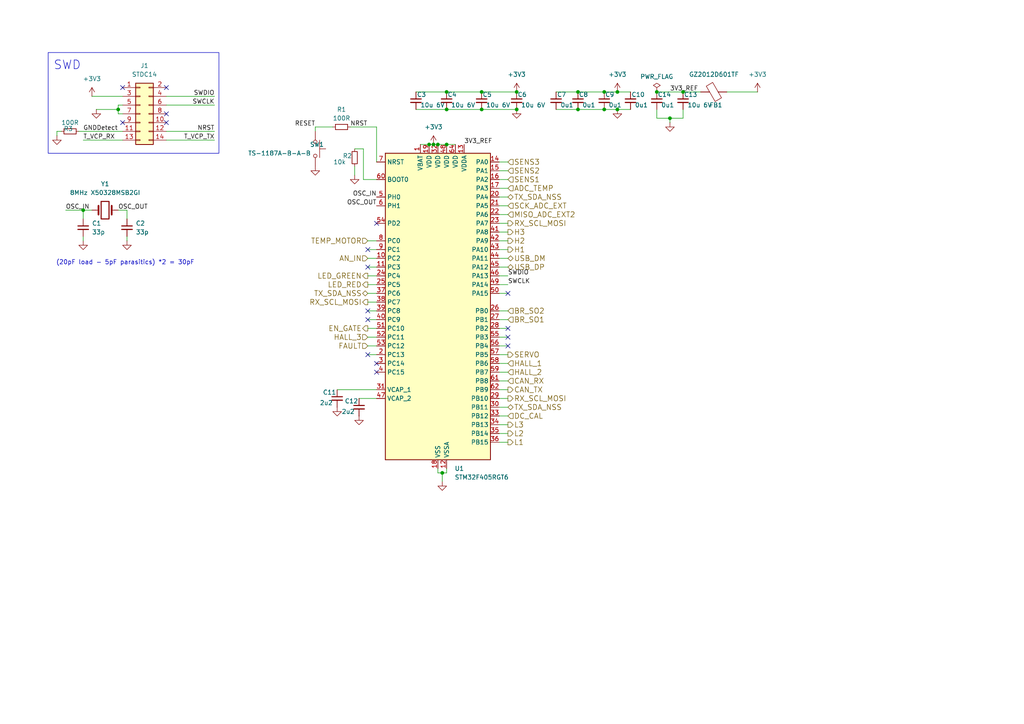
<source format=kicad_sch>
(kicad_sch (version 20231120) (generator "eeschema") (generator_version "8.0")
  (paper "A4")
  (lib_symbols
    (symbol "Connector_Generic:Conn_02x07_Odd_Even" (pin_names (offset 1.016) hide)
      (property "Reference" "J" (at 1.27 10.16 0))
      (property "Value" "Conn_02x07_Odd_Even" (at 1.27 -10.16 0))
      (symbol "Conn_02x07_Odd_Even_1_1"
        (rectangle (start -1.27 -7.493) (end 0 -7.747) (stroke (width 0.1524)))
        (rectangle (start -1.27 -4.953) (end 0 -5.207) (stroke (width 0.1524)))
        (rectangle (start -1.27 -2.413) (end 0 -2.667) (stroke (width 0.1524)))
        (rectangle (start -1.27 0.127) (end 0 -0.127) (stroke (width 0.1524)))
        (rectangle (start -1.27 2.667) (end 0 2.413) (stroke (width 0.1524)))
        (rectangle (start -1.27 5.207) (end 0 4.953) (stroke (width 0.1524)))
        (rectangle (start -1.27 7.747) (end 0 7.493) (stroke (width 0.1524)))
        (rectangle (start -1.27 8.89) (end 3.81 -8.89) (stroke (width 0.254)) (fill (type background)))
        (rectangle (start 3.81 -7.493) (end 2.54 -7.747) (stroke (width 0.1524)))
        (rectangle (start 3.81 -4.953) (end 2.54 -5.207) (stroke (width 0.1524)))
        (rectangle (start 3.81 -2.413) (end 2.54 -2.667) (stroke (width 0.1524)))
        (rectangle (start 3.81 0.127) (end 2.54 -0.127) (stroke (width 0.1524)))
        (rectangle (start 3.81 2.667) (end 2.54 2.413) (stroke (width 0.1524)))
        (rectangle (start 3.81 5.207) (end 2.54 4.953) (stroke (width 0.1524)))
        (rectangle (start 3.81 7.747) (end 2.54 7.493) (stroke (width 0.1524)))
        (pin passive line (at -5.08 7.62 0) (length 3.81) (name "Pin_1") (number "1"))
        (pin passive line (at 7.62 -2.54 180) (length 3.81) (name "Pin_10") (number "10"))
        (pin passive line (at -5.08 -5.08 0) (length 3.81) (name "Pin_11") (number "11"))
        (pin passive line (at 7.62 -5.08 180) (length 3.81) (name "Pin_12") (number "12"))
        (pin passive line (at -5.08 -7.62 0) (length 3.81) (name "Pin_13") (number "13"))
        (pin passive line (at 7.62 -7.62 180) (length 3.81) (name "Pin_14") (number "14"))
        (pin passive line (at 7.62 7.62 180) (length 3.81) (name "Pin_2") (number "2"))
        (pin passive line (at -5.08 5.08 0) (length 3.81) (name "Pin_3") (number "3"))
        (pin passive line (at 7.62 5.08 180) (length 3.81) (name "Pin_4") (number "4"))
        (pin passive line (at -5.08 2.54 0) (length 3.81) (name "Pin_5") (number "5"))
        (pin passive line (at 7.62 2.54 180) (length 3.81) (name "Pin_6") (number "6"))
        (pin passive line (at -5.08 0 0) (length 3.81) (name "Pin_7") (number "7"))
        (pin passive line (at 7.62 0 180) (length 3.81) (name "Pin_8") (number "8"))
        (pin passive line (at -5.08 -2.54 0) (length 3.81) (name "Pin_9") (number "9"))
      )
    )
    (symbol "Device:C_Small" (pin_numbers hide) (pin_names (offset 0.254) hide)
      (property "Reference" "C" (at 0.254 1.778 0))
      (property "Value" "C_Small" (at 0.254 -2.032 0))
      (symbol "C_Small_0_1"
        (polyline (pts (xy -1.524 -0.508) (xy 1.524 -0.508)) (stroke (width 0.3302)))
        (polyline (pts (xy -1.524 0.508) (xy 1.524 0.508)) (stroke (width 0.3048)))
      )
      (symbol "C_Small_1_1"
        (pin passive line (at 0 2.54 270) (length 2.032) (name "~") (number "1"))
        (pin passive line (at 0 -2.54 90) (length 2.032) (name "~") (number "2"))
      )
    )
    (symbol "Device:Crystal" (pin_numbers hide) (pin_names (offset 1.016) hide)
      (property "Reference" "Y" (at 0 3.81 0))
      (property "Value" "Crystal" (at 0 -3.81 0))
      (symbol "Crystal_0_1"
        (rectangle (start -1.143 2.54) (end 1.143 -2.54) (stroke (width 0.3048)))
        (polyline (pts (xy -2.54 0) (xy -1.905 0)))
        (polyline (pts (xy -1.905 -1.27) (xy -1.905 1.27)) (stroke (width 0.508)))
        (polyline (pts (xy 1.905 -1.27) (xy 1.905 1.27)) (stroke (width 0.508)))
        (polyline (pts (xy 2.54 0) (xy 1.905 0)))
      )
      (symbol "Crystal_1_1"
        (pin passive line (at -3.81 0 0) (length 1.27) (name "1") (number "1"))
        (pin passive line (at 3.81 0 180) (length 1.27) (name "2") (number "2"))
      )
    )
    (symbol "Device:FerriteBead" (pin_numbers hide) (pin_names (offset 0))
      (property "Reference" "FB" (at -3.81 0.635 90))
      (property "Value" "FerriteBead" (at 3.81 0 90))
      (symbol "FerriteBead_0_1"
        (polyline (pts (xy 0 -1.27) (xy 0 -1.2192)))
        (polyline (pts (xy 0 1.27) (xy 0 1.2954)))
        (polyline (pts (xy -2.7686 0.4064) (xy -1.7018 2.2606) (xy 2.7686 -0.3048) (xy 1.6764 -2.159) (xy -2.7686 0.4064)))
      )
      (symbol "FerriteBead_1_1"
        (pin passive line (at 0 3.81 270) (length 2.54) (name "~") (number "1"))
        (pin passive line (at 0 -3.81 90) (length 2.54) (name "~") (number "2"))
      )
    )
    (symbol "Device:R_Small" (pin_numbers hide) (pin_names (offset 0.254) hide)
      (property "Reference" "R" (at 0.762 0.508 0))
      (property "Value" "R_Small" (at 0.762 -1.016 0))
      (symbol "R_Small_0_1"
        (rectangle (start -0.762 1.778) (end 0.762 -1.778) (stroke (width 0.2032)))
      )
      (symbol "R_Small_1_1"
        (pin passive line (at 0 2.54 270) (length 0.762) (name "~") (number "1"))
        (pin passive line (at 0 -2.54 90) (length 0.762) (name "~") (number "2"))
      )
    )
    (symbol "MCU_ST_STM32F4:STM32F405RGTx"
      (property "Reference" "U" (at -15.24 46.99 0))
      (property "Value" "STM32F405RGTx" (at 10.16 46.99 0))
      (symbol "STM32F405RGTx_0_1"
        (rectangle (start -15.24 -43.18) (end 15.24 45.72) (stroke (width 0.254)) (fill (type background)))
      )
      (symbol "STM32F405RGTx_1_1"
        (pin power_in line (at -5.08 48.26 270) (length 2.54) (name "VBAT") (number "1"))
        (pin bidirectional line (at -17.78 15.24 0) (length 2.54) (name "PC2") (number "10"))
        (pin bidirectional line (at -17.78 12.7 0) (length 2.54) (name "PC3") (number "11"))
        (pin power_in line (at 2.54 -45.72 90) (length 2.54) (name "VSSA") (number "12"))
        (pin power_in line (at 7.62 48.26 270) (length 2.54) (name "VDDA") (number "13"))
        (pin bidirectional line (at 17.78 43.18 180) (length 2.54) (name "PA0") (number "14"))
        (pin bidirectional line (at 17.78 40.64 180) (length 2.54) (name "PA1") (number "15"))
        (pin bidirectional line (at 17.78 38.1 180) (length 2.54) (name "PA2") (number "16"))
        (pin bidirectional line (at 17.78 35.56 180) (length 2.54) (name "PA3") (number "17"))
        (pin power_in line (at 0 -45.72 90) (length 2.54) (name "VSS") (number "18"))
        (pin power_in line (at -2.54 48.26 270) (length 2.54) (name "VDD") (number "19"))
        (pin bidirectional line (at -17.78 -12.7 0) (length 2.54) (name "PC13") (number "2"))
        (pin bidirectional line (at 17.78 33.02 180) (length 2.54) (name "PA4") (number "20"))
        (pin bidirectional line (at 17.78 30.48 180) (length 2.54) (name "PA5") (number "21"))
        (pin bidirectional line (at 17.78 27.94 180) (length 2.54) (name "PA6") (number "22"))
        (pin bidirectional line (at 17.78 25.4 180) (length 2.54) (name "PA7") (number "23"))
        (pin bidirectional line (at -17.78 10.16 0) (length 2.54) (name "PC4") (number "24"))
        (pin bidirectional line (at -17.78 7.62 0) (length 2.54) (name "PC5") (number "25"))
        (pin bidirectional line (at 17.78 0 180) (length 2.54) (name "PB0") (number "26"))
        (pin bidirectional line (at 17.78 -2.54 180) (length 2.54) (name "PB1") (number "27"))
        (pin bidirectional line (at 17.78 -5.08 180) (length 2.54) (name "PB2") (number "28"))
        (pin bidirectional line (at 17.78 -25.4 180) (length 2.54) (name "PB10") (number "29"))
        (pin bidirectional line (at -17.78 -15.24 0) (length 2.54) (name "PC14") (number "3"))
        (pin bidirectional line (at 17.78 -27.94 180) (length 2.54) (name "PB11") (number "30"))
        (pin power_out line (at -17.78 -22.86 0) (length 2.54) (name "VCAP_1") (number "31"))
        (pin power_in line (at 0 48.26 270) (length 2.54) (name "VDD") (number "32"))
        (pin bidirectional line (at 17.78 -30.48 180) (length 2.54) (name "PB12") (number "33"))
        (pin bidirectional line (at 17.78 -33.02 180) (length 2.54) (name "PB13") (number "34"))
        (pin bidirectional line (at 17.78 -35.56 180) (length 2.54) (name "PB14") (number "35"))
        (pin bidirectional line (at 17.78 -38.1 180) (length 2.54) (name "PB15") (number "36"))
        (pin bidirectional line (at -17.78 5.08 0) (length 2.54) (name "PC6") (number "37"))
        (pin bidirectional line (at -17.78 2.54 0) (length 2.54) (name "PC7") (number "38"))
        (pin bidirectional line (at -17.78 0 0) (length 2.54) (name "PC8") (number "39"))
        (pin bidirectional line (at -17.78 -17.78 0) (length 2.54) (name "PC15") (number "4"))
        (pin bidirectional line (at -17.78 -2.54 0) (length 2.54) (name "PC9") (number "40"))
        (pin bidirectional line (at 17.78 22.86 180) (length 2.54) (name "PA8") (number "41"))
        (pin bidirectional line (at 17.78 20.32 180) (length 2.54) (name "PA9") (number "42"))
        (pin bidirectional line (at 17.78 17.78 180) (length 2.54) (name "PA10") (number "43"))
        (pin bidirectional line (at 17.78 15.24 180) (length 2.54) (name "PA11") (number "44"))
        (pin bidirectional line (at 17.78 12.7 180) (length 2.54) (name "PA12") (number "45"))
        (pin bidirectional line (at 17.78 10.16 180) (length 2.54) (name "PA13") (number "46"))
        (pin power_out line (at -17.78 -25.4 0) (length 2.54) (name "VCAP_2") (number "47"))
        (pin power_in line (at 2.54 48.26 270) (length 2.54) (name "VDD") (number "48"))
        (pin bidirectional line (at 17.78 7.62 180) (length 2.54) (name "PA14") (number "49"))
        (pin bidirectional line (at -17.78 33.02 0) (length 2.54) (name "PH0") (number "5"))
        (pin bidirectional line (at 17.78 5.08 180) (length 2.54) (name "PA15") (number "50"))
        (pin bidirectional line (at -17.78 -5.08 0) (length 2.54) (name "PC10") (number "51"))
        (pin bidirectional line (at -17.78 -7.62 0) (length 2.54) (name "PC11") (number "52"))
        (pin bidirectional line (at -17.78 -10.16 0) (length 2.54) (name "PC12") (number "53"))
        (pin bidirectional line (at -17.78 25.4 0) (length 2.54) (name "PD2") (number "54"))
        (pin bidirectional line (at 17.78 -7.62 180) (length 2.54) (name "PB3") (number "55"))
        (pin bidirectional line (at 17.78 -10.16 180) (length 2.54) (name "PB4") (number "56"))
        (pin bidirectional line (at 17.78 -12.7 180) (length 2.54) (name "PB5") (number "57"))
        (pin bidirectional line (at 17.78 -15.24 180) (length 2.54) (name "PB6") (number "58"))
        (pin bidirectional line (at 17.78 -17.78 180) (length 2.54) (name "PB7") (number "59"))
        (pin bidirectional line (at -17.78 30.48 0) (length 2.54) (name "PH1") (number "6"))
        (pin input line (at -17.78 38.1 0) (length 2.54) (name "BOOT0") (number "60"))
        (pin bidirectional line (at 17.78 -20.32 180) (length 2.54) (name "PB8") (number "61"))
        (pin bidirectional line (at 17.78 -22.86 180) (length 2.54) (name "PB9") (number "62"))
        (pin passive line (at 0 -45.72 90) (length 2.54) hide (name "VSS") (number "63"))
        (pin power_in line (at 5.08 48.26 270) (length 2.54) (name "VDD") (number "64"))
        (pin input line (at -17.78 43.18 0) (length 2.54) (name "NRST") (number "7"))
        (pin bidirectional line (at -17.78 20.32 0) (length 2.54) (name "PC0") (number "8"))
        (pin bidirectional line (at -17.78 17.78 0) (length 2.54) (name "PC1") (number "9"))
      )
    )
    (symbol "Switch:SW_Push" (pin_numbers hide) (pin_names (offset 1.016) hide)
      (property "Reference" "SW" (at 1.27 2.54 0))
      (property "Value" "SW_Push" (at 0 -1.524 0))
      (symbol "SW_Push_0_1"
        (circle (center -2.032 0) (radius 0.508))
        (polyline (pts (xy 0 1.27) (xy 0 3.048)))
        (polyline (pts (xy 2.54 1.27) (xy -2.54 1.27)))
        (circle (center 2.032 0) (radius 0.508))
        (pin passive line (at -5.08 0 0) (length 2.54) (name "1") (number "1"))
        (pin passive line (at 5.08 0 180) (length 2.54) (name "2") (number "2"))
      )
    )
    (symbol "power:+3V3" (power) (pin_numbers hide) (pin_names (offset 0) hide)
      (property "Value" "+3V3" (at 0 3.556 0))
      (symbol "+3V3_0_1"
        (polyline (pts (xy -0.762 1.27) (xy 0 2.54)))
        (polyline (pts (xy 0 0) (xy 0 2.54)))
        (polyline (pts (xy 0 2.54) (xy 0.762 1.27)))
      )
      (symbol "+3V3_1_1"
        (pin power_in line (at 0 0 90) (length 0) (name "~") (number "1"))
      )
    )
    (symbol "power:GND" (power) (pin_numbers hide) (pin_names (offset 0) hide)
      (property "Value" "GND" (at 0 -3.81 0))
      (symbol "GND_0_1"
        (polyline (pts (xy 0 0) (xy 0 -1.27) (xy 1.27 -1.27) (xy 0 -2.54) (xy -1.27 -1.27) (xy 0 -1.27)))
      )
      (symbol "GND_1_1"
        (pin power_in line (at 0 0 270) (length 0) (name "~") (number "1"))
      )
    )
    (symbol "power:PWR_FLAG" (power) (pin_numbers hide) (pin_names (offset 0) hide)
      (property "Value" "PWR_FLAG" (at 0 3.81 0))
      (symbol "PWR_FLAG_0_0"
        (pin power_out line (at 0 0 90) (length 0) (name "~") (number "1"))
      )
      (symbol "PWR_FLAG_0_1"
        (polyline (pts (xy 0 0) (xy 0 1.27) (xy -1.016 1.905) (xy 0 2.54) (xy 1.016 1.905) (xy 0 1.27)))
      )
    )
  )
  (junction (at 167.64 31.75))
  (junction (at 139.7 31.75))
  (junction (at 149.86 26.67))
  (junction (at 139.7 26.67))
  (junction (at 149.86 31.75))
  (junction (at 34.29 31.75))
  (junction (at 190.5 26.67))
  (junction (at 194.31 34.29))
  (junction (at 175.26 26.67))
  (junction (at 179.07 31.75))
  (junction (at 128.27 137.16))
  (junction (at 198.12 26.67))
  (junction (at 124.46 41.91))
  (junction (at 179.07 26.67))
  (junction (at 125.73 41.91))
  (junction (at 129.54 26.67))
  (junction (at 175.26 31.75))
  (junction (at 127 41.91))
  (junction (at 167.64 26.67))
  (junction (at 129.54 41.91))
  (junction (at 24.13 60.96))
  (junction (at 129.54 31.75))
  (no_connect (at 35.56 35.56))
  (no_connect (at 147.32 85.09))
  (no_connect (at 106.68 92.71))
  (no_connect (at 48.26 35.56))
  (no_connect (at 35.56 25.4))
  (no_connect (at 109.22 64.77))
  (no_connect (at 147.32 97.79))
  (no_connect (at 48.26 33.02))
  (no_connect (at 106.68 102.87))
  (no_connect (at 147.32 100.33))
  (no_connect (at 109.22 107.95))
  (no_connect (at 106.68 72.39))
  (no_connect (at 48.26 25.4))
  (no_connect (at 106.68 77.47))
  (no_connect (at 106.68 90.17))
  (no_connect (at 109.22 105.41))
  (no_connect (at 147.32 95.25))
  (wire (pts (xy 167.64 31.75) (xy 175.26 31.75)))
  (wire (pts (xy 147.32 90.17) (xy 144.78 90.17)))
  (wire (pts (xy 35.56 30.48) (xy 34.29 30.48)))
  (wire (pts (xy 106.68 77.47) (xy 109.22 77.47)))
  (wire (pts (xy 147.32 115.57) (xy 144.78 115.57)))
  (wire (pts (xy 128.27 137.16) (xy 127 137.16)))
  (wire (pts (xy 147.32 85.09) (xy 144.78 85.09)))
  (wire (pts (xy 139.7 26.67) (xy 149.86 26.67)))
  (wire (pts (xy 106.68 69.85) (xy 109.22 69.85)))
  (wire (pts (xy 190.5 34.29) (xy 190.5 31.75)))
  (wire (pts (xy 121.92 41.91) (xy 124.46 41.91)))
  (wire (pts (xy 91.44 36.83) (xy 91.44 38.1)))
  (wire (pts (xy 147.32 49.53) (xy 144.78 49.53)))
  (wire (pts (xy 124.46 41.91) (xy 125.73 41.91)))
  (wire (pts (xy 175.26 26.67) (xy 179.07 26.67)))
  (wire (pts (xy 106.68 95.25) (xy 109.22 95.25)))
  (wire (pts (xy 175.26 31.75) (xy 179.07 31.75)))
  (wire (pts (xy 161.29 26.67) (xy 167.64 26.67)))
  (wire (pts (xy 48.26 38.1) (xy 62.23 38.1)))
  (wire (pts (xy 147.32 107.95) (xy 144.78 107.95)))
  (wire (pts (xy 24.13 60.96) (xy 26.67 60.96)))
  (wire (pts (xy 147.32 77.47) (xy 144.78 77.47)))
  (wire (pts (xy 34.29 30.48) (xy 34.29 31.75)))
  (wire (pts (xy 106.68 97.79) (xy 109.22 97.79)))
  (wire (pts (xy 19.05 60.96) (xy 24.13 60.96)))
  (wire (pts (xy 36.83 68.58) (xy 36.83 69.85)))
  (wire (pts (xy 106.68 92.71) (xy 109.22 92.71)))
  (wire (pts (xy 106.68 82.55) (xy 109.22 82.55)))
  (wire (pts (xy 147.32 62.23) (xy 144.78 62.23)))
  (wire (pts (xy 167.64 26.67) (xy 175.26 26.67)))
  (wire (pts (xy 129.54 26.67) (xy 139.7 26.67)))
  (wire (pts (xy 24.13 40.64) (xy 35.56 40.64)))
  (wire (pts (xy 147.32 95.25) (xy 144.78 95.25)))
  (wire (pts (xy 36.83 63.5) (xy 36.83 60.96)))
  (wire (pts (xy 147.32 100.33) (xy 144.78 100.33)))
  (wire (pts (xy 147.32 80.01) (xy 144.78 80.01)))
  (wire (pts (xy 147.32 110.49) (xy 144.78 110.49)))
  (wire (pts (xy 219.71 26.67) (xy 210.82 26.67)))
  (wire (pts (xy 129.54 137.16) (xy 129.54 135.89)))
  (wire (pts (xy 179.07 31.75) (xy 182.88 31.75)))
  (wire (pts (xy 147.32 82.55) (xy 144.78 82.55)))
  (wire (pts (xy 22.86 38.1) (xy 35.56 38.1)))
  (wire (pts (xy 127 41.91) (xy 129.54 41.91)))
  (wire (pts (xy 24.13 60.96) (xy 24.13 63.5)))
  (wire (pts (xy 139.7 31.75) (xy 149.86 31.75)))
  (wire (pts (xy 147.32 128.27) (xy 144.78 128.27)))
  (wire (pts (xy 147.32 69.85) (xy 144.78 69.85)))
  (wire (pts (xy 34.29 33.02) (xy 35.56 33.02)))
  (wire (pts (xy 147.32 67.31) (xy 144.78 67.31)))
  (wire (pts (xy 147.32 123.19) (xy 144.78 123.19)))
  (wire (pts (xy 106.68 80.01) (xy 109.22 80.01)))
  (wire (pts (xy 106.68 102.87) (xy 109.22 102.87)))
  (wire (pts (xy 147.32 92.71) (xy 144.78 92.71)))
  (wire (pts (xy 48.26 40.64) (xy 62.23 40.64)))
  (wire (pts (xy 24.13 68.58) (xy 24.13 69.85)))
  (wire (pts (xy 34.29 60.96) (xy 36.83 60.96)))
  (wire (pts (xy 106.68 87.63) (xy 109.22 87.63)))
  (wire (pts (xy 161.29 31.75) (xy 167.64 31.75)))
  (wire (pts (xy 147.32 54.61) (xy 144.78 54.61)))
  (wire (pts (xy 48.26 30.48) (xy 62.23 30.48)))
  (wire (pts (xy 190.5 26.67) (xy 198.12 26.67)))
  (wire (pts (xy 17.78 38.1) (xy 16.51 38.1)))
  (wire (pts (xy 106.68 85.09) (xy 109.22 85.09)))
  (wire (pts (xy 147.32 57.15) (xy 144.78 57.15)))
  (wire (pts (xy 106.68 100.33) (xy 109.22 100.33)))
  (wire (pts (xy 106.68 74.93) (xy 109.22 74.93)))
  (wire (pts (xy 198.12 34.29) (xy 198.12 31.75)))
  (wire (pts (xy 48.26 27.94) (xy 62.23 27.94)))
  (wire (pts (xy 128.27 137.16) (xy 128.27 139.7)))
  (wire (pts (xy 194.31 35.56) (xy 194.31 34.29)))
  (wire (pts (xy 129.54 31.75) (xy 139.7 31.75)))
  (wire (pts (xy 179.07 26.67) (xy 182.88 26.67)))
  (wire (pts (xy 120.65 26.67) (xy 129.54 26.67)))
  (wire (pts (xy 109.22 46.99) (xy 109.22 36.83)))
  (wire (pts (xy 194.31 34.29) (xy 198.12 34.29)))
  (wire (pts (xy 109.22 113.03) (xy 97.79 113.03)))
  (wire (pts (xy 147.32 59.69) (xy 144.78 59.69)))
  (wire (pts (xy 34.29 31.75) (xy 27.94 31.75)))
  (wire (pts (xy 106.68 90.17) (xy 109.22 90.17)))
  (wire (pts (xy 106.68 72.39) (xy 109.22 72.39)))
  (wire (pts (xy 128.27 137.16) (xy 129.54 137.16)))
  (wire (pts (xy 147.32 113.03) (xy 144.78 113.03)))
  (wire (pts (xy 104.14 115.57) (xy 109.22 115.57)))
  (wire (pts (xy 105.41 52.07) (xy 109.22 52.07)))
  (wire (pts (xy 147.32 97.79) (xy 144.78 97.79)))
  (wire (pts (xy 147.32 72.39) (xy 144.78 72.39)))
  (wire (pts (xy 125.73 41.91) (xy 127 41.91)))
  (wire (pts (xy 147.32 118.11) (xy 144.78 118.11)))
  (wire (pts (xy 120.65 31.75) (xy 129.54 31.75)))
  (wire (pts (xy 194.31 34.29) (xy 190.5 34.29)))
  (wire (pts (xy 129.54 41.91) (xy 132.08 41.91)))
  (wire (pts (xy 147.32 74.93) (xy 144.78 74.93)))
  (wire (pts (xy 147.32 64.77) (xy 144.78 64.77)))
  (wire (pts (xy 16.51 38.1) (xy 16.51 39.37)))
  (wire (pts (xy 102.87 43.18) (xy 105.41 43.18)))
  (wire (pts (xy 147.32 125.73) (xy 144.78 125.73)))
  (wire (pts (xy 105.41 43.18) (xy 105.41 52.07)))
  (wire (pts (xy 147.32 102.87) (xy 144.78 102.87)))
  (wire (pts (xy 96.52 36.83) (xy 91.44 36.83)))
  (wire (pts (xy 147.32 120.65) (xy 144.78 120.65)))
  (wire (pts (xy 147.32 52.07) (xy 144.78 52.07)))
  (wire (pts (xy 147.32 105.41) (xy 144.78 105.41)))
  (wire (pts (xy 26.67 27.94) (xy 35.56 27.94)))
  (wire (pts (xy 34.29 31.75) (xy 34.29 33.02)))
  (wire (pts (xy 127 137.16) (xy 127 135.89)))
  (wire (pts (xy 102.87 50.8) (xy 102.87 48.26)))
  (wire (pts (xy 198.12 26.67) (xy 203.2 26.67)))
  (wire (pts (xy 109.22 36.83) (xy 101.6 36.83)))
  (wire (pts (xy 147.32 46.99) (xy 144.78 46.99)))
  (rectangle (start 13.97 15.24) (end 63.5 44.45))
  (text "SWD" (at 15.494 17.526 0) (effects (font (size 2.54 2.54)) (justify left top)))
  (text "(20pF load - 5pF parasitics) *2 = 30pF" (at 16.256 76.962 0) (effects (font (size 1.27 1.27)) (justify left bottom)))
  (label "RESET" (at 91.44 36.83 180))
  (label "OSC_OUT" (at 109.22 59.69 180))
  (label "NRST" (at 62.23 38.1 180))
  (label "SWCLK" (at 147.32 82.55 0))
  (label "T_VCP_TX" (at 62.23 40.64 180))
  (label "GNDDetect" (at 24.13 38.1 0))
  (label "NRST" (at 101.6 36.83 0))
  (label "SWDIO" (at 147.32 80.01 0))
  (label "3V3_REF" (at 194.31 26.67 0))
  (label "OSC_OUT" (at 34.29 60.96 0))
  (label "SWDIO" (at 62.23 27.94 180))
  (label "T_VCP_RX" (at 24.13 40.64 0))
  (label "OSC_IN" (at 19.05 60.96 0))
  (label "OSC_IN" (at 109.22 57.15 180))
  (label "3V3_REF" (at 134.62 41.91 0))
  (label "SWCLK" (at 62.23 30.48 180))
  (hierarchical_label "L2" (shape output) (at 147.32 125.73 0) (effects (font (size 1.524 1.524))))
  (hierarchical_label "RX_SCL_MOSI" (shape output) (at 106.68 87.63 180) (effects (font (size 1.524 1.524))))
  (hierarchical_label "HALL_2" (shape input) (at 147.32 107.95 0) (effects (font (size 1.524 1.524))))
  (hierarchical_label "LED_RED" (shape output) (at 106.68 82.55 180) (effects (font (size 1.524 1.524))))
  (hierarchical_label "L3" (shape output) (at 147.32 123.19 0) (effects (font (size 1.524 1.524))))
  (hierarchical_label "TX_SDA_NSS" (shape tri_state) (at 106.68 85.09 180) (effects (font (size 1.524 1.524))))
  (hierarchical_label "RX_SCL_MOSI" (shape output) (at 147.32 64.77 0) (effects (font (size 1.524 1.524))))
  (hierarchical_label "SCK_ADC_EXT" (shape input) (at 147.32 59.69 0) (effects (font (size 1.524 1.524))))
  (hierarchical_label "AN_IN" (shape input) (at 106.68 74.93 180) (effects (font (size 1.524 1.524))))
  (hierarchical_label "HALL_1" (shape input) (at 147.32 105.41 0) (effects (font (size 1.524 1.524))))
  (hierarchical_label "BR_SO2" (shape input) (at 147.32 90.17 0) (effects (font (size 1.524 1.524))))
  (hierarchical_label "HALL_3" (shape input) (at 106.68 97.79 180) (effects (font (size 1.524 1.524))))
  (hierarchical_label "FAULT" (shape input) (at 106.68 100.33 180) (effects (font (size 1.524 1.524))))
  (hierarchical_label "MISO_ADC_EXT2" (shape input) (at 147.32 62.23 0) (effects (font (size 1.524 1.524))))
  (hierarchical_label "USB_DP" (shape bidirectional) (at 147.32 77.47 0) (effects (font (size 1.524 1.524))))
  (hierarchical_label "TEMP_MOTOR" (shape input) (at 106.68 69.85 180) (effects (font (size 1.524 1.524))))
  (hierarchical_label "LED_GREEN" (shape output) (at 106.68 80.01 180) (effects (font (size 1.524 1.524))))
  (hierarchical_label "DC_CAL" (shape input) (at 147.32 120.65 0) (effects (font (size 1.524 1.524))))
  (hierarchical_label "TX_SDA_NSS" (shape tri_state) (at 147.32 57.15 0) (effects (font (size 1.524 1.524))))
  (hierarchical_label "RX_SCL_MOSI" (shape output) (at 147.32 115.57 0) (effects (font (size 1.524 1.524))))
  (hierarchical_label "BR_SO1" (shape input) (at 147.32 92.71 0) (effects (font (size 1.524 1.524))))
  (hierarchical_label "USB_DM" (shape bidirectional) (at 147.32 74.93 0) (effects (font (size 1.524 1.524))))
  (hierarchical_label "SENS2" (shape input) (at 147.32 49.53 0) (effects (font (size 1.524 1.524))))
  (hierarchical_label "SENS3" (shape input) (at 147.32 46.99 0) (effects (font (size 1.524 1.524))))
  (hierarchical_label "ADC_TEMP" (shape input) (at 147.32 54.61 0) (effects (font (size 1.524 1.524))))
  (hierarchical_label "SERVO" (shape output) (at 147.32 102.87 0) (effects (font (size 1.524 1.524))))
  (hierarchical_label "H3" (shape output) (at 147.32 67.31 0) (effects (font (size 1.524 1.524))))
  (hierarchical_label "L1" (shape output) (at 147.32 128.27 0) (effects (font (size 1.524 1.524))))
  (hierarchical_label "SENS1" (shape input) (at 147.32 52.07 0) (effects (font (size 1.524 1.524))))
  (hierarchical_label "TX_SDA_NSS" (shape tri_state) (at 147.32 118.11 0) (effects (font (size 1.524 1.524))))
  (hierarchical_label "H2" (shape output) (at 147.32 69.85 0) (effects (font (size 1.524 1.524))))
  (hierarchical_label "CAN_TX" (shape output) (at 147.32 113.03 0) (effects (font (size 1.524 1.524))))
  (hierarchical_label "H1" (shape output) (at 147.32 72.39 0) (effects (font (size 1.524 1.524))))
  (hierarchical_label "EN_GATE" (shape output) (at 106.68 95.25 180) (effects (font (size 1.524 1.524))))
  (hierarchical_label "CAN_RX" (shape input) (at 147.32 110.49 0) (effects (font (size 1.524 1.524))))
  (symbol (lib_id "power:GND") (at 24.13 69.85 0) (unit 1)
    (property "Reference" "#PWR01" (effects (hide yes)))
    (property "Value" "GND" (effects (hide yes)))
    (property "Description" "Power symbol creates a global label with name \"GND\" , ground" (effects (hide yes)))
  )
  (symbol (lib_id "power:+3V3") (at 125.73 41.91 0) (unit 1)
    (property "Reference" "#PWR016" (effects (hide yes)))
    (property "Value" "+3V3" (at 125.73 36.83 0))
    (property "Description" "Power symbol creates a global label with name \"+3V3\"" (effects (hide yes)))
  )
  (symbol (lib_id "power:GND") (at 91.44 48.26 0) (unit 1)
    (property "Reference" "#PWR03" (effects (hide yes)))
    (property "Value" "GND" (effects (hide yes)))
    (property "Description" "Power symbol creates a global label with name \"GND\" , ground" (effects (hide yes)))
  )
  (symbol (lib_id "power:GND") (at 16.51 39.37 0) (unit 1)
    (property "Reference" "#PWR07" (effects (hide yes)))
    (property "Value" "GND" (effects (hide yes)))
    (property "Description" "Power symbol creates a global label with name \"GND\" , ground" (effects (hide yes)))
  )
  (symbol (lib_id "Device:C_Small") (at 175.26 29.21 0) (unit 1)
    (property "Reference" "C9" (at 175.514 27.432 0) (effects (justify left)))
    (property "Value" "0u1" (at 176.53 30.48 0) (effects (justify left)))
    (property "Footprint" "Capacitor_SMD:C_0603_1608Metric" (effects (hide yes)))
    (property "Description" "Unpolarized capacitor, small symbol" (effects (hide yes)))
  )
  (symbol (lib_id "Connector_Generic:Conn_02x07_Odd_Even") (at 40.64 33.02 0) (unit 1)
    (property "Reference" "J1" (at 41.91 19.05 0))
    (property "Value" "STDC14" (at 41.91 21.59 0))
    (property "Footprint" "nturt_kicad_lib_EP6:box_header_14P_pitch127" (effects (hide yes)))
    (property "Description" "Generic connector, double row, 02x07, odd/even pin numbering scheme (row 1 odd numbers, row 2 even numbers), script generated (kicad-library-utils/schlib/autogen/connector/)" (effects (hide yes)))
  )
  (symbol (lib_id "power:GND") (at 102.87 50.8 0) (unit 1)
    (property "Reference" "#PWR04" (effects (hide yes)))
    (property "Value" "GND" (effects (hide yes)))
    (property "Description" "Power symbol creates a global label with name \"GND\" , ground" (effects (hide yes)))
  )
  (symbol (lib_id "Device:R_Small") (at 102.87 45.72 0) (mirror y) (unit 1)
    (property "Reference" "R2" (at 102.108 45.212 0) (effects (justify left)))
    (property "Value" "10k" (at 100.33 46.99 0) (effects (justify left)))
    (property "Footprint" "Resistor_SMD:R_0603_1608Metric" (effects (hide yes)))
    (property "Description" "Resistor, small symbol" (effects (hide yes)))
  )
  (symbol (lib_id "power:GND") (at 194.31 35.56 0) (unit 1)
    (property "Reference" "#PWR015" (effects (hide yes)))
    (property "Value" "GND" (effects (hide yes)))
    (property "Description" "Power symbol creates a global label with name \"GND\" , ground" (effects (hide yes)))
  )
  (symbol (lib_id "Device:C_Small") (at 190.5 29.21 0) (unit 1)
    (property "Reference" "C14" (at 190.754 27.432 0) (effects (justify left)))
    (property "Value" "0u1" (at 191.77 30.48 0) (effects (justify left)))
    (property "Footprint" "Capacitor_SMD:C_0603_1608Metric" (effects (hide yes)))
    (property "Description" "Unpolarized capacitor, small symbol" (effects (hide yes)))
  )
  (symbol (lib_id "Device:C_Small") (at 149.86 29.21 0) (unit 1)
    (property "Reference" "C6" (at 150.114 27.432 0) (effects (justify left)))
    (property "Value" "10u 6V" (at 151.13 30.48 0) (effects (justify left)))
    (property "Footprint" "Capacitor_SMD:C_0603_1608Metric" (effects (hide yes)))
    (property "Description" "Unpolarized capacitor, small symbol" (effects (hide yes)))
  )
  (symbol (lib_id "Device:C_Small") (at 139.7 29.21 0) (unit 1)
    (property "Reference" "C5" (at 139.954 27.432 0) (effects (justify left)))
    (property "Value" "10u 6V" (at 140.97 30.48 0) (effects (justify left)))
    (property "Footprint" "Capacitor_SMD:C_0603_1608Metric" (effects (hide yes)))
    (property "Description" "Unpolarized capacitor, small symbol" (effects (hide yes)))
  )
  (symbol (lib_id "MCU_ST_STM32F4:STM32F405RGTx") (at 127 90.17 0) (unit 1)
    (property "Reference" "U1" (at 131.8535 135.89 0) (effects (justify left)))
    (property "Value" "STM32F405RGT6" (at 131.8535 138.43 0) (effects (justify left)))
    (property "Footprint" "Package_QFP:LQFP-64_10x10mm_P0.5mm" (effects (hide yes)))
    (property "Datasheet" "https://www.st.com/resource/en/datasheet/stm32f405rg.pdf" (effects (hide yes)))
    (property "Description" "STMicroelectronics Arm Cortex-M4 MCU, 1024KB flash, 192KB RAM, 168 MHz, 1.8-3.6V, 51 GPIO, LQFP64" (effects (hide yes)))
  )
  (symbol (lib_id "Device:C_Small") (at 161.29 29.21 0) (unit 1)
    (property "Reference" "C7" (at 161.544 27.432 0) (effects (justify left)))
    (property "Value" "0u1" (at 162.56 30.48 0) (effects (justify left)))
    (property "Footprint" "Capacitor_SMD:C_0603_1608Metric" (effects (hide yes)))
    (property "Description" "Unpolarized capacitor, small symbol" (effects (hide yes)))
  )
  (symbol (lib_id "power:+3V3") (at 219.71 26.67 0) (unit 1)
    (property "Reference" "#PWR014" (effects (hide yes)))
    (property "Value" "+3V3" (at 219.71 21.59 0))
    (property "Description" "Power symbol creates a global label with name \"+3V3\"" (effects (hide yes)))
  )
  (symbol (lib_id "power:GND") (at 97.79 118.11 0) (unit 1)
    (property "Reference" "#PWR012" (effects (hide yes)))
    (property "Value" "GND" (effects (hide yes)))
    (property "Description" "Power symbol creates a global label with name \"GND\" , ground" (effects (hide yes)))
  )
  (symbol (lib_id "Device:C_Small") (at 167.64 29.21 0) (unit 1)
    (property "Reference" "C8" (at 167.894 27.432 0) (effects (justify left)))
    (property "Value" "0u1" (at 168.91 30.48 0) (effects (justify left)))
    (property "Footprint" "Capacitor_SMD:C_0603_1608Metric" (effects (hide yes)))
    (property "Description" "Unpolarized capacitor, small symbol" (effects (hide yes)))
  )
  (symbol (lib_id "power:GND") (at 179.07 31.75 0) (unit 1)
    (property "Reference" "#PWR011" (effects (hide yes)))
    (property "Value" "GND" (effects (hide yes)))
    (property "Description" "Power symbol creates a global label with name \"GND\" , ground" (effects (hide yes)))
  )
  (symbol (lib_id "Device:R_Small") (at 99.06 36.83 90) (unit 1)
    (property "Reference" "R1" (at 99.06 31.75 90))
    (property "Value" "100R" (at 99.06 34.29 90))
    (property "Footprint" "Resistor_SMD:R_0603_1608Metric" (effects (hide yes)))
    (property "Description" "Resistor, small symbol" (effects (hide yes)))
  )
  (symbol (lib_id "Device:R_Small") (at 20.32 38.1 90) (unit 1) (in_bom no) (on_board no)
    (property "Reference" "R3" (at 19.812 37.338 90))
    (property "Value" "100R" (at 20.32 35.56 90))
    (property "Footprint" "Resistor_SMD:R_0603_1608Metric" (effects (hide yes)))
    (property "Description" "Resistor, small symbol" (effects (hide yes)))
  )
  (symbol (lib_id "Device:C_Small") (at 36.83 66.04 0) (unit 1)
    (property "Reference" "C2" (at 39.37 64.7763 0) (effects (justify left)))
    (property "Value" "33p" (at 39.37 67.3163 0) (effects (justify left)))
    (property "Footprint" "Capacitor_SMD:C_0603_1608Metric" (effects (hide yes)))
    (property "Description" "Unpolarized capacitor, small symbol" (effects (hide yes)))
  )
  (symbol (lib_id "power:+3V3") (at 26.67 27.94 0) (unit 1)
    (property "Reference" "#PWR05" (effects (hide yes)))
    (property "Value" "+3V3" (at 26.67 22.86 0))
    (property "Description" "Power symbol creates a global label with name \"+3V3\"" (effects (hide yes)))
  )
  (symbol (lib_id "power:GND") (at 27.94 31.75 0) (unit 1)
    (property "Reference" "#PWR06" (effects (hide yes)))
    (property "Value" "GND" (effects (hide yes)))
    (property "Description" "Power symbol creates a global label with name \"GND\" , ground" (effects (hide yes)))
  )
  (symbol (lib_id "power:GND") (at 36.83 69.85 0) (unit 1)
    (property "Reference" "#PWR02" (effects (hide yes)))
    (property "Value" "GND" (effects (hide yes)))
    (property "Description" "Power symbol creates a global label with name \"GND\" , ground" (effects (hide yes)))
  )
  (symbol (lib_id "Device:C_Small") (at 120.65 29.21 0) (unit 1)
    (property "Reference" "C3" (at 120.904 27.432 0) (effects (justify left)))
    (property "Value" "10u 6V" (at 121.92 30.48 0) (effects (justify left)))
    (property "Footprint" "Capacitor_SMD:C_0603_1608Metric" (effects (hide yes)))
    (property "Description" "Unpolarized capacitor, small symbol" (effects (hide yes)))
  )
  (symbol (lib_id "power:+3V3") (at 149.86 26.67 0) (unit 1)
    (property "Reference" "#PWR08" (effects (hide yes)))
    (property "Value" "+3V3" (at 149.86 21.59 0))
    (property "Description" "Power symbol creates a global label with name \"+3V3\"" (effects (hide yes)))
  )
  (symbol (lib_id "Device:C_Small") (at 97.79 115.57 0) (mirror y) (unit 1)
    (property "Reference" "C11" (at 97.536 113.792 0) (effects (justify left)))
    (property "Value" "2u2" (at 96.52 116.84 0) (effects (justify left)))
    (property "Footprint" "Capacitor_SMD:C_0603_1608Metric" (effects (hide yes)))
    (property "Description" "Unpolarized capacitor, small symbol" (effects (hide yes)))
  )
  (symbol (lib_id "Device:FerriteBead") (at 207.01 26.67 270) (mirror x) (unit 1)
    (property "Reference" "FB1" (at 207.645 30.48 90))
    (property "Value" "GZ2012D601TF" (at 207.0608 21.59 90))
    (property "Footprint" "Inductor_SMD:L_0805_2012Metric" (effects (hide yes)))
    (property "Description" "Ferrite bead" (effects (hide yes)))
  )
  (symbol (lib_id "Device:C_Small") (at 24.13 66.04 0) (unit 1)
    (property "Reference" "C1" (at 26.67 64.7763 0) (effects (justify left)))
    (property "Value" "33p" (at 26.67 67.3163 0) (effects (justify left)))
    (property "Footprint" "Capacitor_SMD:C_0603_1608Metric" (effects (hide yes)))
    (property "Description" "Unpolarized capacitor, small symbol" (effects (hide yes)))
  )
  (symbol (lib_id "power:GND") (at 149.86 31.75 0) (unit 1)
    (property "Reference" "#PWR010" (effects (hide yes)))
    (property "Value" "GND" (effects (hide yes)))
    (property "Description" "Power symbol creates a global label with name \"GND\" , ground" (effects (hide yes)))
  )
  (symbol (lib_id "Switch:SW_Push") (at 91.44 43.18 270) (mirror x) (unit 1)
    (property "Reference" "SW1" (at 93.98 41.91 90) (effects (justify right)))
    (property "Value" "TS-1187A-B-A-B" (at 90.17 44.45 90) (effects (justify right)))
    (property "Footprint" "Button_Switch_SMD:SW_Push_1P1T_XKB_TS-1187A" (effects (hide yes)))
    (property "Description" "Push button switch, generic, two pins" (effects (hide yes)))
  )
  (symbol (lib_id "Device:C_Small") (at 104.14 118.11 0) (mirror y) (unit 1)
    (property "Reference" "C12" (at 103.886 116.332 0) (effects (justify left)))
    (property "Value" "2u2" (at 102.87 119.38 0) (effects (justify left)))
    (property "Footprint" "Capacitor_SMD:C_0603_1608Metric" (effects (hide yes)))
    (property "Description" "Unpolarized capacitor, small symbol" (effects (hide yes)))
  )
  (symbol (lib_id "Device:C_Small") (at 182.88 29.21 0) (unit 1)
    (property "Reference" "C10" (at 183.134 27.432 0) (effects (justify left)))
    (property "Value" "0u1" (at 184.15 30.48 0) (effects (justify left)))
    (property "Footprint" "Capacitor_SMD:C_0603_1608Metric" (effects (hide yes)))
    (property "Description" "Unpolarized capacitor, small symbol" (effects (hide yes)))
  )
  (symbol (lib_id "Device:C_Small") (at 129.54 29.21 0) (unit 1)
    (property "Reference" "C4" (at 129.794 27.432 0) (effects (justify left)))
    (property "Value" "10u 6V" (at 130.81 30.48 0) (effects (justify left)))
    (property "Footprint" "Capacitor_SMD:C_0603_1608Metric" (effects (hide yes)))
    (property "Description" "Unpolarized capacitor, small symbol" (effects (hide yes)))
  )
  (symbol (lib_id "power:PWR_FLAG") (at 190.5 26.67 0) (mirror y) (unit 1)
    (property "Reference" "#FLG01" (effects (hide yes)))
    (property "Value" "PWR_FLAG" (at 190.5 22.225 0))
    (property "Description" "Special symbol for telling ERC where power comes from" (effects (hide yes)))
  )
  (symbol (lib_id "power:GND") (at 128.27 139.7 0) (unit 1)
    (property "Reference" "#PWR017" (effects (hide yes)))
    (property "Value" "GND" (effects (hide yes)))
    (property "Description" "Power symbol creates a global label with name \"GND\" , ground" (effects (hide yes)))
  )
  (symbol (lib_id "power:+3V3") (at 179.07 26.67 0) (unit 1)
    (property "Reference" "#PWR09" (effects (hide yes)))
    (property "Value" "+3V3" (at 179.07 21.59 0))
    (property "Description" "Power symbol creates a global label with name \"+3V3\"" (effects (hide yes)))
  )
  (symbol (lib_id "Device:Crystal") (at 30.48 60.96 0) (unit 1)
    (property "Reference" "Y1" (at 30.48 53.34 0))
    (property "Value" "8MHz X50328MSB2GI" (at 30.48 55.88 0))
    (property "Footprint" "Crystal:Crystal_SMD_5032-2Pin_5.0x3.2mm" (effects (hide yes)))
    (property "Description" "Two pin crystal" (effects (hide yes)))
  )
  (symbol (lib_id "power:GND") (at 104.14 120.65 0) (unit 1)
    (property "Reference" "#PWR013" (effects (hide yes)))
    (property "Value" "GND" (effects (hide yes)))
    (property "Description" "Power symbol creates a global label with name \"GND\" , ground" (effects (hide yes)))
  )
  (symbol (lib_id "Device:C_Small") (at 198.12 29.21 0) (unit 1)
    (property "Reference" "C13" (at 198.374 27.432 0) (effects (justify left)))
    (property "Value" "10u 6V" (at 199.39 30.48 0) (effects (justify left)))
    (property "Footprint" "Capacitor_SMD:C_0603_1608Metric" (effects (hide yes)))
    (property "Description" "Unpolarized capacitor, small symbol" (effects (hide yes)))
  )
)
</source>
